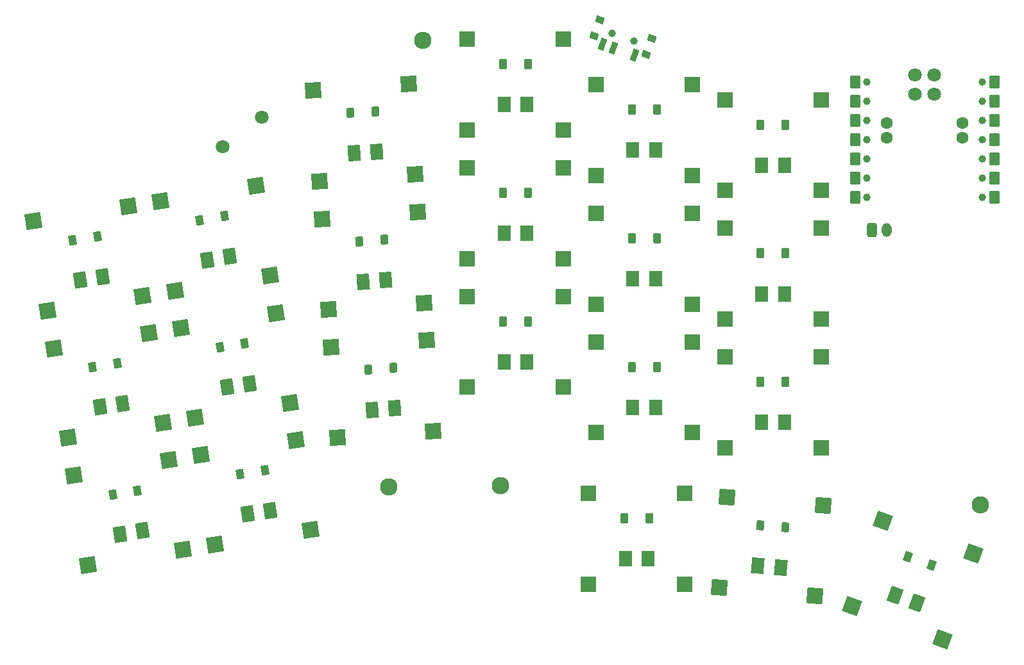
<source format=gbr>
%TF.GenerationSoftware,KiCad,Pcbnew,9.0.3*%
%TF.CreationDate,2025-08-20T11:17:34+02:00*%
%TF.ProjectId,reversible,72657665-7273-4696-926c-652e6b696361,v1.0.0*%
%TF.SameCoordinates,Original*%
%TF.FileFunction,Soldermask,Top*%
%TF.FilePolarity,Negative*%
%FSLAX46Y46*%
G04 Gerber Fmt 4.6, Leading zero omitted, Abs format (unit mm)*
G04 Created by KiCad (PCBNEW 9.0.3) date 2025-08-20 11:17:34*
%MOMM*%
%LPD*%
G01*
G04 APERTURE LIST*
G04 Aperture macros list*
%AMRoundRect*
0 Rectangle with rounded corners*
0 $1 Rounding radius*
0 $2 $3 $4 $5 $6 $7 $8 $9 X,Y pos of 4 corners*
0 Add a 4 corners polygon primitive as box body*
4,1,4,$2,$3,$4,$5,$6,$7,$8,$9,$2,$3,0*
0 Add four circle primitives for the rounded corners*
1,1,$1+$1,$2,$3*
1,1,$1+$1,$4,$5*
1,1,$1+$1,$6,$7*
1,1,$1+$1,$8,$9*
0 Add four rect primitives between the rounded corners*
20,1,$1+$1,$2,$3,$4,$5,0*
20,1,$1+$1,$4,$5,$6,$7,0*
20,1,$1+$1,$6,$7,$8,$9,0*
20,1,$1+$1,$8,$9,$2,$3,0*%
G04 Aperture macros list end*
%ADD10C,2.300000*%
%ADD11C,1.500000*%
%ADD12RoundRect,0.050000X-0.609024X-1.108925X0.921893X-0.866452X0.609024X1.108925X-0.921893X0.866452X0*%
%ADD13RoundRect,0.050000X-0.831254X-1.144123X1.144123X-0.831254X0.831254X1.144123X-1.144123X0.831254X0*%
%ADD14RoundRect,0.050000X-0.450000X-0.600000X0.450000X-0.600000X0.450000X0.600000X-0.450000X0.600000X0*%
%ADD15RoundRect,0.050000X-0.500581X-0.558497X0.395994X-0.636937X0.500581X0.558497X-0.395994X0.636937X0*%
%ADD16RoundRect,0.050000X0.604476X0.211208X-0.338747X0.543370X-0.604476X-0.211208X0.338747X-0.543370X0*%
%ADD17C,1.000000*%
%ADD18RoundRect,0.050000X0.579249X0.591161X-0.081007X0.823673X-0.579249X-0.591161X0.081007X-0.823673X0*%
%ADD19RoundRect,0.050000X-0.407050X-0.629929X0.490758X-0.567148X0.407050X0.629929X-0.490758X0.567148X0*%
%ADD20C,1.800000*%
%ADD21RoundRect,0.050000X-0.775000X-1.000000X0.775000X-1.000000X0.775000X1.000000X-0.775000X1.000000X0*%
%ADD22RoundRect,0.050000X-1.000000X-1.000000X1.000000X-1.000000X1.000000X1.000000X-1.000000X1.000000X0*%
%ADD23RoundRect,0.050000X-0.703356X-1.051625X0.842869X-0.943503X0.703356X1.051625X-0.842869X0.943503X0*%
%ADD24RoundRect,0.050000X-0.927808X-1.067321X1.067321X-0.927808X0.927808X1.067321X-1.067321X0.927808X0*%
%ADD25RoundRect,0.050000X-0.350599X-0.663009X0.538320X-0.522217X0.350599X0.663009X-0.538320X0.522217X0*%
%ADD26RoundRect,0.050000X-0.628074X-0.409907X0.217650X-0.717725X0.628074X0.409907X-0.217650X0.717725X0*%
%ADD27RoundRect,0.050000X-1.070282X-0.674627X0.386242X-1.204758X1.070282X0.674627X-0.386242X1.204758X0*%
%ADD28RoundRect,0.050000X-1.281713X-0.597672X0.597672X-1.281713X1.281713X0.597672X-0.597672X1.281713X0*%
%ADD29RoundRect,0.260000X-0.390000X-0.665000X0.390000X-0.665000X0.390000X0.665000X-0.390000X0.665000X0*%
%ADD30O,1.300000X1.850000*%
%ADD31RoundRect,0.140000X0.560000X0.672000X-0.560000X0.672000X-0.560000X-0.672000X0.560000X-0.672000X0*%
%ADD32C,1.600000*%
%ADD33RoundRect,0.050000X-0.859207X-0.928649X0.684895X-1.063740X0.859207X0.928649X-0.684895X1.063740X0*%
%ADD34RoundRect,0.050000X-1.083350X-0.909039X0.909039X-1.083350X1.083350X0.909039X-0.909039X1.083350X0*%
G04 APERTURE END LIST*
D10*
%TO.C,MH3*%
X136100837Y-94809522D03*
%TD*%
D11*
%TO.C,CPG1316*%
X117453732Y-98432171D03*
D12*
X117453732Y-98432171D03*
D11*
X120416798Y-97962874D03*
D12*
X120416798Y-97962874D03*
D13*
X113187496Y-102499636D03*
X111310284Y-90647377D03*
X125731138Y-100512923D03*
X123853926Y-88660664D03*
%TD*%
D14*
%TO.C,D15*%
X168156959Y-44977557D03*
X171456961Y-44977563D03*
%TD*%
D15*
%TO.C,D20*%
X185138247Y-99902351D03*
X188425695Y-100189965D03*
%TD*%
D16*
%TO.C,PWR1*%
X163203802Y-35233571D03*
X170089334Y-37658345D03*
D17*
X165600430Y-34900738D03*
X168430103Y-35897222D03*
D16*
X163937881Y-33149051D03*
X170823409Y-35573826D03*
D18*
X168552917Y-37806413D03*
X165723246Y-36809931D03*
X164308408Y-36311688D03*
%TD*%
D14*
%TO.C,D12*%
X151156962Y-38977557D03*
X154456964Y-38977563D03*
%TD*%
D19*
%TO.C,D8*%
X132179411Y-62384083D03*
X135471363Y-62153887D03*
%TD*%
D20*
%TO.C,RST1*%
X119346755Y-46014914D03*
X114155619Y-49926706D03*
%TD*%
D11*
%TO.C,CPG1316*%
X168306957Y-84327559D03*
D21*
X168306957Y-84327559D03*
D11*
X171306961Y-84327564D03*
D21*
X171306961Y-84327564D03*
D22*
X163456955Y-75677561D03*
X163456958Y-87677554D03*
X176156958Y-75677564D03*
X176156961Y-87677557D03*
%TD*%
D11*
%TO.C,CPG1316*%
X131516376Y-50751995D03*
D23*
X131516376Y-50751995D03*
D11*
X134509068Y-50542727D03*
D23*
X134509068Y-50542727D03*
D24*
X126911876Y-54432153D03*
X126074799Y-42461385D03*
X139580933Y-53546245D03*
X138743856Y-41575477D03*
%TD*%
D11*
%TO.C,CPG1316*%
X167306959Y-104327557D03*
D21*
X167306959Y-104327557D03*
D11*
X170306963Y-104327562D03*
D21*
X170306963Y-104327562D03*
D22*
X162456957Y-95677559D03*
X162456960Y-107677552D03*
X175156960Y-95677562D03*
X175156963Y-107677555D03*
%TD*%
D25*
%TO.C,D2*%
X97018567Y-79040183D03*
X100277937Y-78523953D03*
%TD*%
D14*
%TO.C,D11*%
X151156961Y-55977556D03*
X154456963Y-55977562D03*
%TD*%
%TO.C,D13*%
X168156964Y-78977554D03*
X171456966Y-78977560D03*
%TD*%
D10*
%TO.C,MH4*%
X150806956Y-94677560D03*
%TD*%
D14*
%TO.C,D10*%
X151156958Y-72977557D03*
X154456960Y-72977563D03*
%TD*%
D11*
%TO.C,CPG1316*%
X98003645Y-84300844D03*
D12*
X98003645Y-84300844D03*
D11*
X100966711Y-83831547D03*
D12*
X100966711Y-83831547D03*
D13*
X93737409Y-88368309D03*
X91860197Y-76516050D03*
X106281051Y-86381596D03*
X104403839Y-74529337D03*
%TD*%
D25*
%TO.C,D6*%
X111149883Y-59590093D03*
X114409253Y-59073863D03*
%TD*%
D11*
%TO.C,CPG1316*%
X185306962Y-52327560D03*
D21*
X185306962Y-52327560D03*
D11*
X188306966Y-52327565D03*
D21*
X188306966Y-52327565D03*
D22*
X180456960Y-43677562D03*
X180456963Y-55677555D03*
X193156963Y-43677565D03*
X193156966Y-55677558D03*
%TD*%
D10*
%TO.C,MH1*%
X214161382Y-97252156D03*
%TD*%
D26*
%TO.C,D21*%
X204611931Y-104045757D03*
X207712917Y-105174423D03*
%TD*%
D14*
%TO.C,D19*%
X167156960Y-98977552D03*
X170456962Y-98977558D03*
%TD*%
D25*
%TO.C,D5*%
X113809269Y-76380799D03*
X117068639Y-75864569D03*
%TD*%
D11*
%TO.C,CPG1316*%
X132702242Y-67710580D03*
D23*
X132702242Y-67710580D03*
D11*
X135694934Y-67501312D03*
D23*
X135694934Y-67501312D03*
D24*
X128097742Y-71390738D03*
X127260665Y-59419970D03*
X140766799Y-70504830D03*
X139929722Y-58534062D03*
%TD*%
D14*
%TO.C,D17*%
X185156957Y-63977553D03*
X188456959Y-63977559D03*
%TD*%
D11*
%TO.C,CPG1316*%
X133888098Y-84669174D03*
D23*
X133888098Y-84669174D03*
D11*
X136880790Y-84459906D03*
D23*
X136880790Y-84459906D03*
D24*
X129283598Y-88349332D03*
X128446521Y-76378564D03*
X141952655Y-87463424D03*
X141115578Y-75492656D03*
%TD*%
D11*
%TO.C,CPG1316*%
X168306961Y-50327554D03*
D21*
X168306961Y-50327554D03*
D11*
X171306965Y-50327559D03*
D21*
X171306965Y-50327559D03*
D22*
X163456959Y-41677556D03*
X163456962Y-53677549D03*
X176156962Y-41677559D03*
X176156965Y-53677552D03*
%TD*%
D11*
%TO.C,CPG1316*%
X151306958Y-61327556D03*
D21*
X151306958Y-61327556D03*
D11*
X154306962Y-61327561D03*
D21*
X154306962Y-61327561D03*
D22*
X146456956Y-52677558D03*
X146456959Y-64677551D03*
X159156959Y-52677561D03*
X159156962Y-64677554D03*
%TD*%
D11*
%TO.C,CPG1316*%
X185306960Y-69327560D03*
D21*
X185306960Y-69327560D03*
D11*
X188306964Y-69327565D03*
D21*
X188306964Y-69327565D03*
D22*
X180456958Y-60677562D03*
X180456961Y-72677555D03*
X193156961Y-60677565D03*
X193156964Y-72677558D03*
%TD*%
D11*
%TO.C,CPG1316*%
X168306955Y-67327559D03*
D21*
X168306955Y-67327559D03*
D11*
X171306959Y-67327564D03*
D21*
X171306959Y-67327564D03*
D22*
X163456953Y-58677561D03*
X163456956Y-70677554D03*
X176156956Y-58677564D03*
X176156959Y-70677557D03*
%TD*%
D10*
%TO.C,MH2*%
X140598442Y-35842146D03*
%TD*%
D19*
%TO.C,D7*%
X133365269Y-79342667D03*
X136657221Y-79112471D03*
%TD*%
D25*
%TO.C,D3*%
X94359178Y-62249478D03*
X97618548Y-61733248D03*
%TD*%
D11*
%TO.C,CPG1316*%
X95344257Y-67510147D03*
D12*
X95344257Y-67510147D03*
D11*
X98307323Y-67040850D03*
D12*
X98307323Y-67040850D03*
D13*
X91078021Y-71577612D03*
X89200809Y-59725353D03*
X103621663Y-69590899D03*
X101744451Y-57738640D03*
%TD*%
D25*
%TO.C,D4*%
X116468655Y-93171500D03*
X119728025Y-92655270D03*
%TD*%
D11*
%TO.C,CPG1316*%
X151306963Y-44327559D03*
D21*
X151306963Y-44327559D03*
D11*
X154306967Y-44327564D03*
D21*
X154306967Y-44327564D03*
D22*
X146456961Y-35677561D03*
X146456964Y-47677554D03*
X159156964Y-35677564D03*
X159156967Y-47677557D03*
%TD*%
D14*
%TO.C,D16*%
X185156961Y-80977550D03*
X188456963Y-80977556D03*
%TD*%
%TO.C,D14*%
X168156962Y-61977551D03*
X171456964Y-61977557D03*
%TD*%
D25*
%TO.C,D1*%
X99677952Y-95830886D03*
X102937322Y-95314656D03*
%TD*%
D11*
%TO.C,CPG1316*%
X185306960Y-86327556D03*
D21*
X185306960Y-86327556D03*
D11*
X188306964Y-86327561D03*
D21*
X188306964Y-86327561D03*
D22*
X180456958Y-77677558D03*
X180456961Y-89677551D03*
X193156961Y-77677561D03*
X193156964Y-89677554D03*
%TD*%
D11*
%TO.C,CPG1316*%
X112134958Y-64850754D03*
D12*
X112134958Y-64850754D03*
D11*
X115098024Y-64381457D03*
D12*
X115098024Y-64381457D03*
D13*
X107868722Y-68918219D03*
X105991510Y-57065960D03*
X120412364Y-66931506D03*
X118535152Y-55079247D03*
%TD*%
D11*
%TO.C,CPG1316*%
X202923077Y-109124422D03*
D27*
X202923077Y-109124422D03*
D11*
X205742157Y-110150482D03*
D27*
X205742157Y-110150482D03*
D28*
X201324040Y-99337287D03*
X197219800Y-110613599D03*
X213258136Y-103680941D03*
X209153896Y-114957253D03*
%TD*%
D14*
%TO.C,D18*%
X185156961Y-46977555D03*
X188456963Y-46977561D03*
%TD*%
D19*
%TO.C,D9*%
X130993557Y-45425491D03*
X134285509Y-45195295D03*
%TD*%
D29*
%TO.C,JST1*%
X199830001Y-60869999D03*
D30*
X201829993Y-60869999D03*
%TD*%
D11*
%TO.C,CPG1316*%
X151306961Y-78327558D03*
D21*
X151306961Y-78327558D03*
D11*
X154306965Y-78327563D03*
D21*
X154306965Y-78327563D03*
D22*
X146456959Y-69677560D03*
X146456962Y-81677553D03*
X159156962Y-69677563D03*
X159156965Y-81677556D03*
%TD*%
D17*
%TO.C,XIAOBLE*%
X199186961Y-41357559D03*
X199186961Y-43897559D03*
X199186961Y-46437559D03*
X199186961Y-48977559D03*
X199186961Y-54057559D03*
X199186961Y-56597559D03*
X199186962Y-51517559D03*
X214426960Y-46437559D03*
X214426961Y-41357559D03*
X214426961Y-43897559D03*
X214426961Y-48977559D03*
X214426961Y-51517559D03*
X214426961Y-54057559D03*
X214426961Y-56597559D03*
D31*
X197606961Y-41357559D03*
X197606961Y-43897559D03*
X197606961Y-46437559D03*
X197606961Y-48977559D03*
X197606960Y-51517559D03*
X197606961Y-54057559D03*
X197606961Y-56597559D03*
X216006961Y-56597559D03*
X216006961Y-54057559D03*
X216006961Y-51517559D03*
X216006961Y-48977559D03*
X216006962Y-46437559D03*
X216006961Y-43897559D03*
X216006961Y-41357559D03*
D32*
X201806961Y-48664059D03*
X211806960Y-48664059D03*
X201806961Y-46759059D03*
X211806961Y-46759060D03*
D20*
X205481961Y-40409059D03*
X208021961Y-40409059D03*
X205481961Y-42949059D03*
X208021960Y-42949059D03*
%TD*%
D11*
%TO.C,CPG1316*%
X100663033Y-101091551D03*
D12*
X100663033Y-101091551D03*
D11*
X103626099Y-100622254D03*
D12*
X103626099Y-100622254D03*
D13*
X96396797Y-105159016D03*
X94519585Y-93306757D03*
X108940439Y-103172303D03*
X107063227Y-91320044D03*
%TD*%
D11*
%TO.C,CPG1316*%
X114794353Y-81641460D03*
D12*
X114794353Y-81641460D03*
D11*
X117757419Y-81172163D03*
D12*
X117757419Y-81172163D03*
D13*
X110528117Y-85708925D03*
X108650905Y-73856666D03*
X123071759Y-83722212D03*
X121194547Y-71869953D03*
%TD*%
D11*
%TO.C,CPG1316*%
X184821388Y-105245065D03*
D33*
X184821388Y-105245065D03*
D11*
X187809975Y-105506529D03*
D33*
X187809975Y-105506529D03*
D34*
X180743746Y-96205277D03*
X179697877Y-108159616D03*
X193395419Y-97312150D03*
X192349550Y-109266489D03*
%TD*%
M02*

</source>
